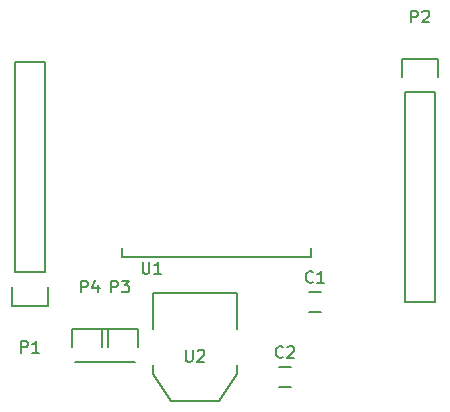
<source format=gbr>
G04 #@! TF.FileFunction,Legend,Top*
%FSLAX46Y46*%
G04 Gerber Fmt 4.6, Leading zero omitted, Abs format (unit mm)*
G04 Created by KiCad (PCBNEW 0.201511221031+6327~38~ubuntu14.04.1-stable) date Mon 23 Nov 2015 18:33:37 CET*
%MOMM*%
G01*
G04 APERTURE LIST*
%ADD10C,0.100000*%
%ADD11C,0.150000*%
%ADD12C,0.152400*%
G04 APERTURE END LIST*
D10*
D11*
X138430000Y-121920000D02*
X138430000Y-104140000D01*
X138430000Y-104140000D02*
X140970000Y-104140000D01*
X140970000Y-104140000D02*
X140970000Y-121920000D01*
X138150000Y-124740000D02*
X138150000Y-123190000D01*
X138430000Y-121920000D02*
X140970000Y-121920000D01*
X141250000Y-123190000D02*
X141250000Y-124740000D01*
X141250000Y-124740000D02*
X138150000Y-124740000D01*
X173990000Y-106680000D02*
X173990000Y-124460000D01*
X173990000Y-124460000D02*
X171450000Y-124460000D01*
X171450000Y-124460000D02*
X171450000Y-106680000D01*
X174270000Y-103860000D02*
X174270000Y-105410000D01*
X173990000Y-106680000D02*
X171450000Y-106680000D01*
X171170000Y-105410000D02*
X171170000Y-103860000D01*
X171170000Y-103860000D02*
X174270000Y-103860000D01*
D12*
X147485100Y-119862600D02*
X147485100Y-120624600D01*
X147485100Y-120624600D02*
X163487100Y-120624600D01*
X163487100Y-120624600D02*
X163487100Y-119862600D01*
D11*
X164330000Y-123610000D02*
X163330000Y-123610000D01*
X163330000Y-125310000D02*
X164330000Y-125310000D01*
X161790000Y-129960000D02*
X160790000Y-129960000D01*
X160790000Y-131660000D02*
X161790000Y-131660000D01*
X148870000Y-126720000D02*
X148870000Y-128270000D01*
X145770000Y-128270000D02*
X145770000Y-126720000D01*
X145770000Y-126720000D02*
X148870000Y-126720000D01*
X146050000Y-129540000D02*
X148590000Y-129540000D01*
X157226000Y-126746000D02*
X157226000Y-123698000D01*
X157226000Y-123698000D02*
X150114000Y-123698000D01*
X150114000Y-123698000D02*
X150114000Y-126746000D01*
X157226000Y-129794000D02*
X157226000Y-130556000D01*
X157226000Y-130556000D02*
X155702000Y-132842000D01*
X155702000Y-132842000D02*
X151638000Y-132842000D01*
X151638000Y-132842000D02*
X150114000Y-130556000D01*
X150114000Y-130556000D02*
X150114000Y-129794000D01*
X146330000Y-126720000D02*
X146330000Y-128270000D01*
X143230000Y-128270000D02*
X143230000Y-126720000D01*
X143230000Y-126720000D02*
X146330000Y-126720000D01*
X143510000Y-129540000D02*
X146050000Y-129540000D01*
X138961905Y-128742381D02*
X138961905Y-127742381D01*
X139342858Y-127742381D01*
X139438096Y-127790000D01*
X139485715Y-127837619D01*
X139533334Y-127932857D01*
X139533334Y-128075714D01*
X139485715Y-128170952D01*
X139438096Y-128218571D01*
X139342858Y-128266190D01*
X138961905Y-128266190D01*
X140485715Y-128742381D02*
X139914286Y-128742381D01*
X140200000Y-128742381D02*
X140200000Y-127742381D01*
X140104762Y-127885238D01*
X140009524Y-127980476D01*
X139914286Y-128028095D01*
X171981905Y-100762381D02*
X171981905Y-99762381D01*
X172362858Y-99762381D01*
X172458096Y-99810000D01*
X172505715Y-99857619D01*
X172553334Y-99952857D01*
X172553334Y-100095714D01*
X172505715Y-100190952D01*
X172458096Y-100238571D01*
X172362858Y-100286190D01*
X171981905Y-100286190D01*
X172934286Y-99857619D02*
X172981905Y-99810000D01*
X173077143Y-99762381D01*
X173315239Y-99762381D01*
X173410477Y-99810000D01*
X173458096Y-99857619D01*
X173505715Y-99952857D01*
X173505715Y-100048095D01*
X173458096Y-100190952D01*
X172886667Y-100762381D01*
X173505715Y-100762381D01*
X149239195Y-121055981D02*
X149239195Y-121865505D01*
X149286814Y-121960743D01*
X149334433Y-122008362D01*
X149429671Y-122055981D01*
X149620148Y-122055981D01*
X149715386Y-122008362D01*
X149763005Y-121960743D01*
X149810624Y-121865505D01*
X149810624Y-121055981D01*
X150810624Y-122055981D02*
X150239195Y-122055981D01*
X150524909Y-122055981D02*
X150524909Y-121055981D01*
X150429671Y-121198838D01*
X150334433Y-121294076D01*
X150239195Y-121341695D01*
X163663334Y-122717143D02*
X163615715Y-122764762D01*
X163472858Y-122812381D01*
X163377620Y-122812381D01*
X163234762Y-122764762D01*
X163139524Y-122669524D01*
X163091905Y-122574286D01*
X163044286Y-122383810D01*
X163044286Y-122240952D01*
X163091905Y-122050476D01*
X163139524Y-121955238D01*
X163234762Y-121860000D01*
X163377620Y-121812381D01*
X163472858Y-121812381D01*
X163615715Y-121860000D01*
X163663334Y-121907619D01*
X164615715Y-122812381D02*
X164044286Y-122812381D01*
X164330000Y-122812381D02*
X164330000Y-121812381D01*
X164234762Y-121955238D01*
X164139524Y-122050476D01*
X164044286Y-122098095D01*
X161123334Y-129067143D02*
X161075715Y-129114762D01*
X160932858Y-129162381D01*
X160837620Y-129162381D01*
X160694762Y-129114762D01*
X160599524Y-129019524D01*
X160551905Y-128924286D01*
X160504286Y-128733810D01*
X160504286Y-128590952D01*
X160551905Y-128400476D01*
X160599524Y-128305238D01*
X160694762Y-128210000D01*
X160837620Y-128162381D01*
X160932858Y-128162381D01*
X161075715Y-128210000D01*
X161123334Y-128257619D01*
X161504286Y-128257619D02*
X161551905Y-128210000D01*
X161647143Y-128162381D01*
X161885239Y-128162381D01*
X161980477Y-128210000D01*
X162028096Y-128257619D01*
X162075715Y-128352857D01*
X162075715Y-128448095D01*
X162028096Y-128590952D01*
X161456667Y-129162381D01*
X162075715Y-129162381D01*
X146581905Y-123622381D02*
X146581905Y-122622381D01*
X146962858Y-122622381D01*
X147058096Y-122670000D01*
X147105715Y-122717619D01*
X147153334Y-122812857D01*
X147153334Y-122955714D01*
X147105715Y-123050952D01*
X147058096Y-123098571D01*
X146962858Y-123146190D01*
X146581905Y-123146190D01*
X147486667Y-122622381D02*
X148105715Y-122622381D01*
X147772381Y-123003333D01*
X147915239Y-123003333D01*
X148010477Y-123050952D01*
X148058096Y-123098571D01*
X148105715Y-123193810D01*
X148105715Y-123431905D01*
X148058096Y-123527143D01*
X148010477Y-123574762D01*
X147915239Y-123622381D01*
X147629524Y-123622381D01*
X147534286Y-123574762D01*
X147486667Y-123527143D01*
X152908095Y-128484381D02*
X152908095Y-129293905D01*
X152955714Y-129389143D01*
X153003333Y-129436762D01*
X153098571Y-129484381D01*
X153289048Y-129484381D01*
X153384286Y-129436762D01*
X153431905Y-129389143D01*
X153479524Y-129293905D01*
X153479524Y-128484381D01*
X153908095Y-128579619D02*
X153955714Y-128532000D01*
X154050952Y-128484381D01*
X154289048Y-128484381D01*
X154384286Y-128532000D01*
X154431905Y-128579619D01*
X154479524Y-128674857D01*
X154479524Y-128770095D01*
X154431905Y-128912952D01*
X153860476Y-129484381D01*
X154479524Y-129484381D01*
X144041905Y-123622381D02*
X144041905Y-122622381D01*
X144422858Y-122622381D01*
X144518096Y-122670000D01*
X144565715Y-122717619D01*
X144613334Y-122812857D01*
X144613334Y-122955714D01*
X144565715Y-123050952D01*
X144518096Y-123098571D01*
X144422858Y-123146190D01*
X144041905Y-123146190D01*
X145470477Y-122955714D02*
X145470477Y-123622381D01*
X145232381Y-122574762D02*
X144994286Y-123289048D01*
X145613334Y-123289048D01*
M02*

</source>
